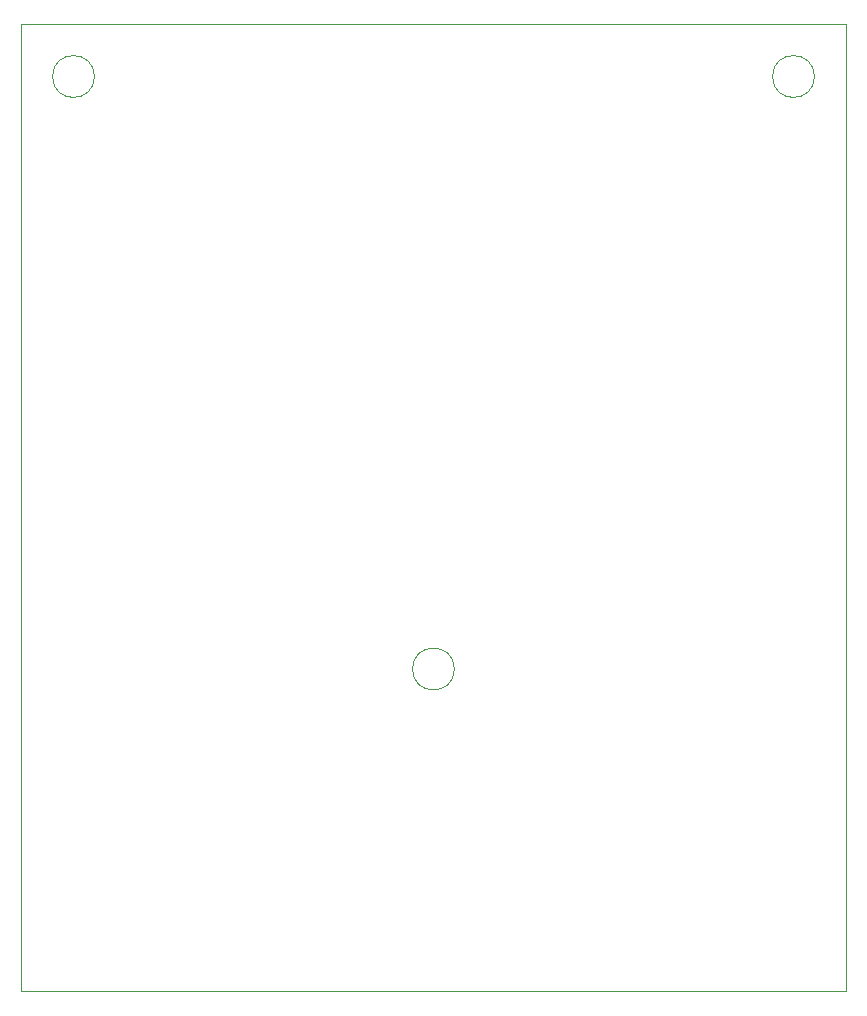
<source format=gm1>
G04 #@! TF.GenerationSoftware,KiCad,Pcbnew,(5.1.9)-1*
G04 #@! TF.CreationDate,2024-04-03T19:01:00-04:00*
G04 #@! TF.ProjectId,Shield Drive Moteur DC,53686965-6c64-4204-9472-697665204d6f,rev?*
G04 #@! TF.SameCoordinates,Original*
G04 #@! TF.FileFunction,Profile,NP*
%FSLAX46Y46*%
G04 Gerber Fmt 4.6, Leading zero omitted, Abs format (unit mm)*
G04 Created by KiCad (PCBNEW (5.1.9)-1) date 2024-04-03 19:01:00*
%MOMM*%
%LPD*%
G01*
G04 APERTURE LIST*
G04 #@! TA.AperFunction,Profile*
%ADD10C,0.050000*%
G04 #@! TD*
G04 APERTURE END LIST*
D10*
X189103000Y-110490000D02*
G75*
G03*
X189103000Y-110490000I-1778000J0D01*
G01*
X158623000Y-60325000D02*
G75*
G03*
X158623000Y-60325000I-1778000J0D01*
G01*
X219583000Y-60325000D02*
G75*
G03*
X219583000Y-60325000I-1778000J0D01*
G01*
X152400000Y-55880000D02*
X152400000Y-137795000D01*
X222250000Y-55880000D02*
X152400000Y-55880000D01*
X222250000Y-137795000D02*
X222250000Y-55880000D01*
X222250000Y-137795000D02*
X152400000Y-137795000D01*
M02*

</source>
